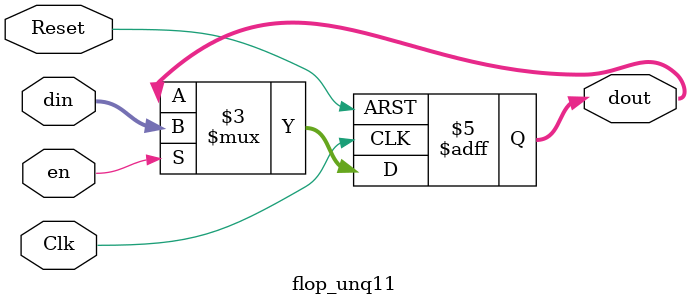
<source format=sv>

/* *****************************************************************************
 * File: flop.vp
 * 
 * Description:
 * Genesis2 flip-flop generator.
 * 
 * Required Genesis2 Controlable Parameters:
 * * Type		- Constant, Flop, RFlop, EFlop, or REFlop
 * * Width		- integer value specifying register width
 * * Default		- default value for the flop 
 *			 (only applies when flop_type=constant|rflop|reflop)
 * * SyncMode		- Sync or ASync flop * Change bar:
 * 
 * 
 * -----------
 * Date          Author   Description
 * Mar 30, 2010  shacham  init version  --  
 * May 20, 2014  jingpu   Add Async mode, change to active low reset
 * 
 * ****************************************************************************/


/*******************************************************************************
 * REQUIRED PARAMETERIZATION
 ******************************************************************************/
// Type (_GENESIS2_INHERITANCE_PRIORITY_) = REFlop
//
// Default (_GENESIS2_DECLARATION_PRIORITY_) = 0
//
// Width (_GENESIS2_INHERITANCE_PRIORITY_) = 24
//
// SyncMode (_GENESIS2_DECLARATION_PRIORITY_) = ASync
//

module flop_unq11(
	       //inputs
	       input wire logic 		   Clk,
	       input wire logic [23:0]  din,
	       input wire logic 		   Reset,
	       input wire logic 		   en,

	       //outputs
	       output logic [23:0] dout
	       );


   /* synopsys dc_tcl_script_begin
    set_dont_retime [current_design] true
    set_optimize_registers false -design [current_design]
    */
   


   
   always_ff @(posedge Clk or negedge Reset) begin
      if (!Reset) 
	dout <= 24'h0;
      else if (en)
	dout <= din;
   end

endmodule : flop_unq11

</source>
